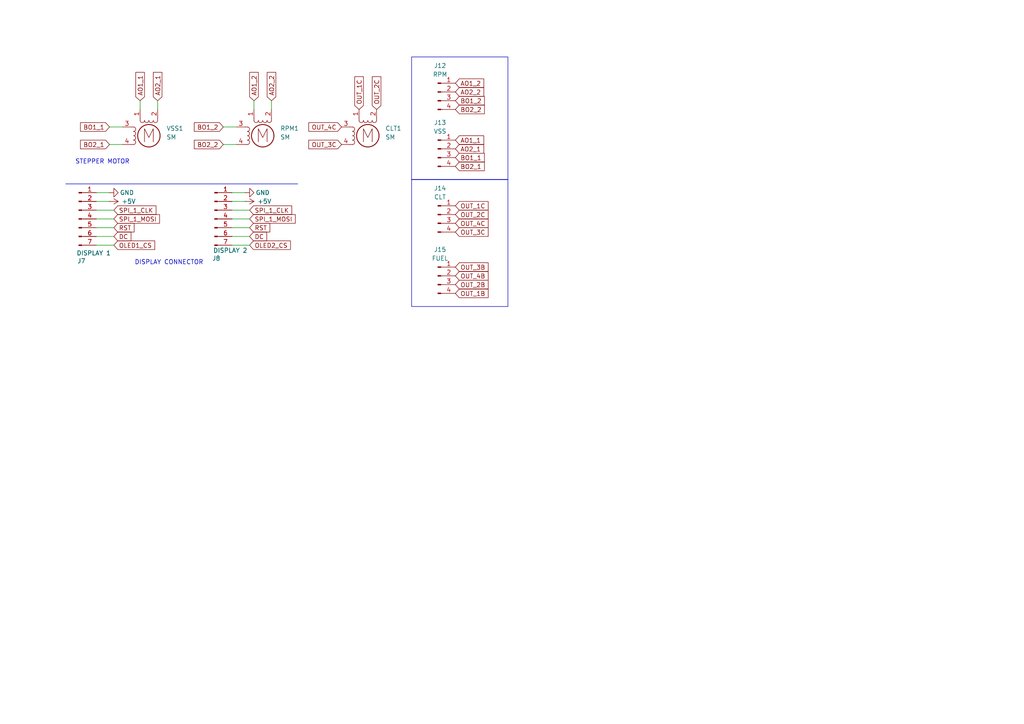
<source format=kicad_sch>
(kicad_sch
	(version 20250114)
	(generator "eeschema")
	(generator_version "9.0")
	(uuid "b28df7e1-d898-440c-a71b-0a1265d4c8f0")
	(paper "A4")
	(lib_symbols
		(symbol "Connector:Conn_01x04_Pin"
			(pin_names
				(offset 1.016)
				(hide yes)
			)
			(exclude_from_sim no)
			(in_bom yes)
			(on_board yes)
			(property "Reference" "J"
				(at 0 5.08 0)
				(effects
					(font
						(size 1.27 1.27)
					)
				)
			)
			(property "Value" "Conn_01x04_Pin"
				(at 0 -7.62 0)
				(effects
					(font
						(size 1.27 1.27)
					)
				)
			)
			(property "Footprint" ""
				(at 0 0 0)
				(effects
					(font
						(size 1.27 1.27)
					)
					(hide yes)
				)
			)
			(property "Datasheet" "~"
				(at 0 0 0)
				(effects
					(font
						(size 1.27 1.27)
					)
					(hide yes)
				)
			)
			(property "Description" "Generic connector, single row, 01x04, script generated"
				(at 0 0 0)
				(effects
					(font
						(size 1.27 1.27)
					)
					(hide yes)
				)
			)
			(property "ki_locked" ""
				(at 0 0 0)
				(effects
					(font
						(size 1.27 1.27)
					)
				)
			)
			(property "ki_keywords" "connector"
				(at 0 0 0)
				(effects
					(font
						(size 1.27 1.27)
					)
					(hide yes)
				)
			)
			(property "ki_fp_filters" "Connector*:*_1x??_*"
				(at 0 0 0)
				(effects
					(font
						(size 1.27 1.27)
					)
					(hide yes)
				)
			)
			(symbol "Conn_01x04_Pin_1_1"
				(rectangle
					(start 0.8636 2.667)
					(end 0 2.413)
					(stroke
						(width 0.1524)
						(type default)
					)
					(fill
						(type outline)
					)
				)
				(rectangle
					(start 0.8636 0.127)
					(end 0 -0.127)
					(stroke
						(width 0.1524)
						(type default)
					)
					(fill
						(type outline)
					)
				)
				(rectangle
					(start 0.8636 -2.413)
					(end 0 -2.667)
					(stroke
						(width 0.1524)
						(type default)
					)
					(fill
						(type outline)
					)
				)
				(rectangle
					(start 0.8636 -4.953)
					(end 0 -5.207)
					(stroke
						(width 0.1524)
						(type default)
					)
					(fill
						(type outline)
					)
				)
				(polyline
					(pts
						(xy 1.27 2.54) (xy 0.8636 2.54)
					)
					(stroke
						(width 0.1524)
						(type default)
					)
					(fill
						(type none)
					)
				)
				(polyline
					(pts
						(xy 1.27 0) (xy 0.8636 0)
					)
					(stroke
						(width 0.1524)
						(type default)
					)
					(fill
						(type none)
					)
				)
				(polyline
					(pts
						(xy 1.27 -2.54) (xy 0.8636 -2.54)
					)
					(stroke
						(width 0.1524)
						(type default)
					)
					(fill
						(type none)
					)
				)
				(polyline
					(pts
						(xy 1.27 -5.08) (xy 0.8636 -5.08)
					)
					(stroke
						(width 0.1524)
						(type default)
					)
					(fill
						(type none)
					)
				)
				(pin passive line
					(at 5.08 2.54 180)
					(length 3.81)
					(name "Pin_1"
						(effects
							(font
								(size 1.27 1.27)
							)
						)
					)
					(number "1"
						(effects
							(font
								(size 1.27 1.27)
							)
						)
					)
				)
				(pin passive line
					(at 5.08 0 180)
					(length 3.81)
					(name "Pin_2"
						(effects
							(font
								(size 1.27 1.27)
							)
						)
					)
					(number "2"
						(effects
							(font
								(size 1.27 1.27)
							)
						)
					)
				)
				(pin passive line
					(at 5.08 -2.54 180)
					(length 3.81)
					(name "Pin_3"
						(effects
							(font
								(size 1.27 1.27)
							)
						)
					)
					(number "3"
						(effects
							(font
								(size 1.27 1.27)
							)
						)
					)
				)
				(pin passive line
					(at 5.08 -5.08 180)
					(length 3.81)
					(name "Pin_4"
						(effects
							(font
								(size 1.27 1.27)
							)
						)
					)
					(number "4"
						(effects
							(font
								(size 1.27 1.27)
							)
						)
					)
				)
			)
			(embedded_fonts no)
		)
		(symbol "Connector:Conn_01x07_Pin"
			(pin_names
				(offset 1.016)
				(hide yes)
			)
			(exclude_from_sim no)
			(in_bom yes)
			(on_board yes)
			(property "Reference" "J"
				(at 0 10.16 0)
				(effects
					(font
						(size 1.27 1.27)
					)
				)
			)
			(property "Value" "Conn_01x07_Pin"
				(at 0 -10.16 0)
				(effects
					(font
						(size 1.27 1.27)
					)
				)
			)
			(property "Footprint" ""
				(at 0 0 0)
				(effects
					(font
						(size 1.27 1.27)
					)
					(hide yes)
				)
			)
			(property "Datasheet" "~"
				(at 0 0 0)
				(effects
					(font
						(size 1.27 1.27)
					)
					(hide yes)
				)
			)
			(property "Description" "Generic connector, single row, 01x07, script generated"
				(at 0 0 0)
				(effects
					(font
						(size 1.27 1.27)
					)
					(hide yes)
				)
			)
			(property "ki_locked" ""
				(at 0 0 0)
				(effects
					(font
						(size 1.27 1.27)
					)
				)
			)
			(property "ki_keywords" "connector"
				(at 0 0 0)
				(effects
					(font
						(size 1.27 1.27)
					)
					(hide yes)
				)
			)
			(property "ki_fp_filters" "Connector*:*_1x??_*"
				(at 0 0 0)
				(effects
					(font
						(size 1.27 1.27)
					)
					(hide yes)
				)
			)
			(symbol "Conn_01x07_Pin_1_1"
				(rectangle
					(start 0.8636 7.747)
					(end 0 7.493)
					(stroke
						(width 0.1524)
						(type default)
					)
					(fill
						(type outline)
					)
				)
				(rectangle
					(start 0.8636 5.207)
					(end 0 4.953)
					(stroke
						(width 0.1524)
						(type default)
					)
					(fill
						(type outline)
					)
				)
				(rectangle
					(start 0.8636 2.667)
					(end 0 2.413)
					(stroke
						(width 0.1524)
						(type default)
					)
					(fill
						(type outline)
					)
				)
				(rectangle
					(start 0.8636 0.127)
					(end 0 -0.127)
					(stroke
						(width 0.1524)
						(type default)
					)
					(fill
						(type outline)
					)
				)
				(rectangle
					(start 0.8636 -2.413)
					(end 0 -2.667)
					(stroke
						(width 0.1524)
						(type default)
					)
					(fill
						(type outline)
					)
				)
				(rectangle
					(start 0.8636 -4.953)
					(end 0 -5.207)
					(stroke
						(width 0.1524)
						(type default)
					)
					(fill
						(type outline)
					)
				)
				(rectangle
					(start 0.8636 -7.493)
					(end 0 -7.747)
					(stroke
						(width 0.1524)
						(type default)
					)
					(fill
						(type outline)
					)
				)
				(polyline
					(pts
						(xy 1.27 7.62) (xy 0.8636 7.62)
					)
					(stroke
						(width 0.1524)
						(type default)
					)
					(fill
						(type none)
					)
				)
				(polyline
					(pts
						(xy 1.27 5.08) (xy 0.8636 5.08)
					)
					(stroke
						(width 0.1524)
						(type default)
					)
					(fill
						(type none)
					)
				)
				(polyline
					(pts
						(xy 1.27 2.54) (xy 0.8636 2.54)
					)
					(stroke
						(width 0.1524)
						(type default)
					)
					(fill
						(type none)
					)
				)
				(polyline
					(pts
						(xy 1.27 0) (xy 0.8636 0)
					)
					(stroke
						(width 0.1524)
						(type default)
					)
					(fill
						(type none)
					)
				)
				(polyline
					(pts
						(xy 1.27 -2.54) (xy 0.8636 -2.54)
					)
					(stroke
						(width 0.1524)
						(type default)
					)
					(fill
						(type none)
					)
				)
				(polyline
					(pts
						(xy 1.27 -5.08) (xy 0.8636 -5.08)
					)
					(stroke
						(width 0.1524)
						(type default)
					)
					(fill
						(type none)
					)
				)
				(polyline
					(pts
						(xy 1.27 -7.62) (xy 0.8636 -7.62)
					)
					(stroke
						(width 0.1524)
						(type default)
					)
					(fill
						(type none)
					)
				)
				(pin passive line
					(at 5.08 7.62 180)
					(length 3.81)
					(name "Pin_1"
						(effects
							(font
								(size 1.27 1.27)
							)
						)
					)
					(number "1"
						(effects
							(font
								(size 1.27 1.27)
							)
						)
					)
				)
				(pin passive line
					(at 5.08 5.08 180)
					(length 3.81)
					(name "Pin_2"
						(effects
							(font
								(size 1.27 1.27)
							)
						)
					)
					(number "2"
						(effects
							(font
								(size 1.27 1.27)
							)
						)
					)
				)
				(pin passive line
					(at 5.08 2.54 180)
					(length 3.81)
					(name "Pin_3"
						(effects
							(font
								(size 1.27 1.27)
							)
						)
					)
					(number "3"
						(effects
							(font
								(size 1.27 1.27)
							)
						)
					)
				)
				(pin passive line
					(at 5.08 0 180)
					(length 3.81)
					(name "Pin_4"
						(effects
							(font
								(size 1.27 1.27)
							)
						)
					)
					(number "4"
						(effects
							(font
								(size 1.27 1.27)
							)
						)
					)
				)
				(pin passive line
					(at 5.08 -2.54 180)
					(length 3.81)
					(name "Pin_5"
						(effects
							(font
								(size 1.27 1.27)
							)
						)
					)
					(number "5"
						(effects
							(font
								(size 1.27 1.27)
							)
						)
					)
				)
				(pin passive line
					(at 5.08 -5.08 180)
					(length 3.81)
					(name "Pin_6"
						(effects
							(font
								(size 1.27 1.27)
							)
						)
					)
					(number "6"
						(effects
							(font
								(size 1.27 1.27)
							)
						)
					)
				)
				(pin passive line
					(at 5.08 -7.62 180)
					(length 3.81)
					(name "Pin_7"
						(effects
							(font
								(size 1.27 1.27)
							)
						)
					)
					(number "7"
						(effects
							(font
								(size 1.27 1.27)
							)
						)
					)
				)
			)
			(embedded_fonts no)
		)
		(symbol "Motor:Stepper_Motor_bipolar"
			(pin_names
				(offset 0)
				(hide yes)
			)
			(exclude_from_sim no)
			(in_bom yes)
			(on_board yes)
			(property "Reference" "M"
				(at 3.81 2.54 0)
				(effects
					(font
						(size 1.27 1.27)
					)
					(justify left)
				)
			)
			(property "Value" "Stepper_Motor_bipolar"
				(at 3.81 1.27 0)
				(effects
					(font
						(size 1.27 1.27)
					)
					(justify left top)
				)
			)
			(property "Footprint" ""
				(at 0.254 -0.254 0)
				(effects
					(font
						(size 1.27 1.27)
					)
					(hide yes)
				)
			)
			(property "Datasheet" "http://www.infineon.com/dgdl/Application-Note-TLE8110EE_driving_UniPolarStepperMotor_V1.1.pdf?fileId=db3a30431be39b97011be5d0aa0a00b0"
				(at 0.254 -0.254 0)
				(effects
					(font
						(size 1.27 1.27)
					)
					(hide yes)
				)
			)
			(property "Description" "4-wire bipolar stepper motor"
				(at 0 0 0)
				(effects
					(font
						(size 1.27 1.27)
					)
					(hide yes)
				)
			)
			(property "ki_keywords" "bipolar stepper motor"
				(at 0 0 0)
				(effects
					(font
						(size 1.27 1.27)
					)
					(hide yes)
				)
			)
			(property "ki_fp_filters" "PinHeader*P2.54mm*Vertical* TerminalBlock* Motor*"
				(at 0 0 0)
				(effects
					(font
						(size 1.27 1.27)
					)
					(hide yes)
				)
			)
			(symbol "Stepper_Motor_bipolar_0_0"
				(polyline
					(pts
						(xy -1.27 -1.778) (xy -1.27 2.032) (xy 0 -0.508) (xy 1.27 2.032) (xy 1.27 -1.778)
					)
					(stroke
						(width 0)
						(type default)
					)
					(fill
						(type none)
					)
				)
			)
			(symbol "Stepper_Motor_bipolar_0_1"
				(polyline
					(pts
						(xy -5.08 2.54) (xy -4.445 2.54)
					)
					(stroke
						(width 0)
						(type default)
					)
					(fill
						(type none)
					)
				)
				(polyline
					(pts
						(xy -5.08 -2.54) (xy -4.445 -2.54)
					)
					(stroke
						(width 0)
						(type default)
					)
					(fill
						(type none)
					)
				)
				(arc
					(start -4.445 2.54)
					(mid -3.8127 1.905)
					(end -4.445 1.27)
					(stroke
						(width 0)
						(type default)
					)
					(fill
						(type none)
					)
				)
				(arc
					(start -4.445 1.27)
					(mid -3.8127 0.635)
					(end -4.445 0)
					(stroke
						(width 0)
						(type default)
					)
					(fill
						(type none)
					)
				)
				(arc
					(start -4.445 0)
					(mid -3.8127 -0.635)
					(end -4.445 -1.27)
					(stroke
						(width 0)
						(type default)
					)
					(fill
						(type none)
					)
				)
				(arc
					(start -4.445 -1.27)
					(mid -3.8127 -1.905)
					(end -4.445 -2.54)
					(stroke
						(width 0)
						(type default)
					)
					(fill
						(type none)
					)
				)
				(polyline
					(pts
						(xy -2.54 5.08) (xy -2.54 4.445)
					)
					(stroke
						(width 0)
						(type default)
					)
					(fill
						(type none)
					)
				)
				(arc
					(start -1.27 4.445)
					(mid -1.905 3.8127)
					(end -2.54 4.445)
					(stroke
						(width 0)
						(type default)
					)
					(fill
						(type none)
					)
				)
				(arc
					(start 0 4.445)
					(mid -0.635 3.8127)
					(end -1.27 4.445)
					(stroke
						(width 0)
						(type default)
					)
					(fill
						(type none)
					)
				)
				(circle
					(center 0 0)
					(radius 3.2512)
					(stroke
						(width 0.254)
						(type default)
					)
					(fill
						(type none)
					)
				)
				(arc
					(start 1.27 4.445)
					(mid 0.635 3.8127)
					(end 0 4.445)
					(stroke
						(width 0)
						(type default)
					)
					(fill
						(type none)
					)
				)
				(arc
					(start 2.54 4.445)
					(mid 1.905 3.8127)
					(end 1.27 4.445)
					(stroke
						(width 0)
						(type default)
					)
					(fill
						(type none)
					)
				)
				(polyline
					(pts
						(xy 2.54 5.08) (xy 2.54 4.445)
					)
					(stroke
						(width 0)
						(type default)
					)
					(fill
						(type none)
					)
				)
			)
			(symbol "Stepper_Motor_bipolar_1_1"
				(pin passive line
					(at -7.62 2.54 0)
					(length 2.54)
					(name "~"
						(effects
							(font
								(size 1.27 1.27)
							)
						)
					)
					(number "3"
						(effects
							(font
								(size 1.27 1.27)
							)
						)
					)
				)
				(pin passive line
					(at -7.62 -2.54 0)
					(length 2.54)
					(name "~"
						(effects
							(font
								(size 1.27 1.27)
							)
						)
					)
					(number "4"
						(effects
							(font
								(size 1.27 1.27)
							)
						)
					)
				)
				(pin passive line
					(at -2.54 7.62 270)
					(length 2.54)
					(name "~"
						(effects
							(font
								(size 1.27 1.27)
							)
						)
					)
					(number "1"
						(effects
							(font
								(size 1.27 1.27)
							)
						)
					)
				)
				(pin passive line
					(at 2.54 7.62 270)
					(length 2.54)
					(name "-"
						(effects
							(font
								(size 1.27 1.27)
							)
						)
					)
					(number "2"
						(effects
							(font
								(size 1.27 1.27)
							)
						)
					)
				)
			)
			(embedded_fonts no)
		)
		(symbol "power:+5V"
			(power)
			(pin_numbers
				(hide yes)
			)
			(pin_names
				(offset 0)
				(hide yes)
			)
			(exclude_from_sim no)
			(in_bom yes)
			(on_board yes)
			(property "Reference" "#PWR"
				(at 0 -3.81 0)
				(effects
					(font
						(size 1.27 1.27)
					)
					(hide yes)
				)
			)
			(property "Value" "+5V"
				(at 0 3.556 0)
				(effects
					(font
						(size 1.27 1.27)
					)
				)
			)
			(property "Footprint" ""
				(at 0 0 0)
				(effects
					(font
						(size 1.27 1.27)
					)
					(hide yes)
				)
			)
			(property "Datasheet" ""
				(at 0 0 0)
				(effects
					(font
						(size 1.27 1.27)
					)
					(hide yes)
				)
			)
			(property "Description" "Power symbol creates a global label with name \"+5V\""
				(at 0 0 0)
				(effects
					(font
						(size 1.27 1.27)
					)
					(hide yes)
				)
			)
			(property "ki_keywords" "global power"
				(at 0 0 0)
				(effects
					(font
						(size 1.27 1.27)
					)
					(hide yes)
				)
			)
			(symbol "+5V_0_1"
				(polyline
					(pts
						(xy -0.762 1.27) (xy 0 2.54)
					)
					(stroke
						(width 0)
						(type default)
					)
					(fill
						(type none)
					)
				)
				(polyline
					(pts
						(xy 0 2.54) (xy 0.762 1.27)
					)
					(stroke
						(width 0)
						(type default)
					)
					(fill
						(type none)
					)
				)
				(polyline
					(pts
						(xy 0 0) (xy 0 2.54)
					)
					(stroke
						(width 0)
						(type default)
					)
					(fill
						(type none)
					)
				)
			)
			(symbol "+5V_1_1"
				(pin power_in line
					(at 0 0 90)
					(length 0)
					(name "~"
						(effects
							(font
								(size 1.27 1.27)
							)
						)
					)
					(number "1"
						(effects
							(font
								(size 1.27 1.27)
							)
						)
					)
				)
			)
			(embedded_fonts no)
		)
		(symbol "power:GND"
			(power)
			(pin_numbers
				(hide yes)
			)
			(pin_names
				(offset 0)
				(hide yes)
			)
			(exclude_from_sim no)
			(in_bom yes)
			(on_board yes)
			(property "Reference" "#PWR"
				(at 0 -6.35 0)
				(effects
					(font
						(size 1.27 1.27)
					)
					(hide yes)
				)
			)
			(property "Value" "GND"
				(at 0 -3.81 0)
				(effects
					(font
						(size 1.27 1.27)
					)
				)
			)
			(property "Footprint" ""
				(at 0 0 0)
				(effects
					(font
						(size 1.27 1.27)
					)
					(hide yes)
				)
			)
			(property "Datasheet" ""
				(at 0 0 0)
				(effects
					(font
						(size 1.27 1.27)
					)
					(hide yes)
				)
			)
			(property "Description" "Power symbol creates a global label with name \"GND\" , ground"
				(at 0 0 0)
				(effects
					(font
						(size 1.27 1.27)
					)
					(hide yes)
				)
			)
			(property "ki_keywords" "global power"
				(at 0 0 0)
				(effects
					(font
						(size 1.27 1.27)
					)
					(hide yes)
				)
			)
			(symbol "GND_0_1"
				(polyline
					(pts
						(xy 0 0) (xy 0 -1.27) (xy 1.27 -1.27) (xy 0 -2.54) (xy -1.27 -1.27) (xy 0 -1.27)
					)
					(stroke
						(width 0)
						(type default)
					)
					(fill
						(type none)
					)
				)
			)
			(symbol "GND_1_1"
				(pin power_in line
					(at 0 0 270)
					(length 0)
					(name "~"
						(effects
							(font
								(size 1.27 1.27)
							)
						)
					)
					(number "1"
						(effects
							(font
								(size 1.27 1.27)
							)
						)
					)
				)
			)
			(embedded_fonts no)
		)
	)
	(rectangle
		(start 119.38 52.07)
		(end 147.32 88.9)
		(stroke
			(width 0)
			(type default)
		)
		(fill
			(type none)
		)
		(uuid 6672148e-4cca-4501-a6e2-06b1c579bccd)
	)
	(rectangle
		(start 119.38 16.51)
		(end 147.32 52.07)
		(stroke
			(width 0)
			(type default)
		)
		(fill
			(type none)
		)
		(uuid 67724d08-d5bb-4466-8c63-e9b51bb28f8b)
	)
	(text "DISPLAY CONNECTOR\n"
		(exclude_from_sim no)
		(at 49.022 76.2 0)
		(effects
			(font
				(size 1.27 1.27)
			)
		)
		(uuid "563b4a90-ae68-48f3-82ff-5990c97c05ee")
	)
	(text "STEPPER MOTOR\n"
		(exclude_from_sim no)
		(at 29.718 46.99 0)
		(effects
			(font
				(size 1.27 1.27)
			)
		)
		(uuid "f00d474e-5490-49bc-b141-e578fc0890f0")
	)
	(wire
		(pts
			(xy 33.02 66.04) (xy 27.94 66.04)
		)
		(stroke
			(width 0)
			(type default)
		)
		(uuid "089c1554-9785-4da9-8aa6-54f58c1d8754")
	)
	(wire
		(pts
			(xy 71.12 58.42) (xy 67.31 58.42)
		)
		(stroke
			(width 0)
			(type default)
		)
		(uuid "1981b2b6-36a7-42c9-b0ce-178cb8d6c36a")
	)
	(wire
		(pts
			(xy 33.02 60.96) (xy 27.94 60.96)
		)
		(stroke
			(width 0)
			(type default)
		)
		(uuid "1c5dfabb-20e7-4c6d-8267-1f390f6e96e3")
	)
	(wire
		(pts
			(xy 40.64 29.21) (xy 40.64 31.75)
		)
		(stroke
			(width 0)
			(type default)
		)
		(uuid "2a7558d6-d872-4f1a-bf83-2f3f9daf8f02")
	)
	(wire
		(pts
			(xy 31.75 36.83) (xy 35.56 36.83)
		)
		(stroke
			(width 0)
			(type default)
		)
		(uuid "3bb3e358-2bcf-4f0d-a90b-ef80afb1a3b3")
	)
	(wire
		(pts
			(xy 64.77 36.83) (xy 68.58 36.83)
		)
		(stroke
			(width 0)
			(type default)
		)
		(uuid "3ff63bfe-05e1-4a21-975b-22f52b1d12da")
	)
	(polyline
		(pts
			(xy 19.05 53.34) (xy 86.36 53.34)
		)
		(stroke
			(width 0)
			(type default)
		)
		(uuid "416c222b-4014-454b-a8ff-e5476d3980b8")
	)
	(wire
		(pts
			(xy 33.02 71.12) (xy 27.94 71.12)
		)
		(stroke
			(width 0)
			(type default)
		)
		(uuid "4ab407e3-9c11-49f2-b27e-6d099f6bafae")
	)
	(wire
		(pts
			(xy 33.02 68.58) (xy 27.94 68.58)
		)
		(stroke
			(width 0)
			(type default)
		)
		(uuid "4d8fd8e4-6e7d-4d4b-8876-457e1427e170")
	)
	(wire
		(pts
			(xy 72.39 60.96) (xy 67.31 60.96)
		)
		(stroke
			(width 0)
			(type default)
		)
		(uuid "615a1137-c4f1-4c49-948f-b351f0a64996")
	)
	(wire
		(pts
			(xy 72.39 68.58) (xy 67.31 68.58)
		)
		(stroke
			(width 0)
			(type default)
		)
		(uuid "7eb295b2-8f8c-48a9-b30a-7b26e853ff2e")
	)
	(wire
		(pts
			(xy 31.75 55.88) (xy 27.94 55.88)
		)
		(stroke
			(width 0)
			(type default)
		)
		(uuid "9b56e639-dc89-4e14-bc0e-06115a20d6ed")
	)
	(wire
		(pts
			(xy 64.77 41.91) (xy 68.58 41.91)
		)
		(stroke
			(width 0)
			(type default)
		)
		(uuid "b115d2d2-5436-41d8-925d-3cf686ca2d81")
	)
	(wire
		(pts
			(xy 45.72 29.21) (xy 45.72 31.75)
		)
		(stroke
			(width 0)
			(type default)
		)
		(uuid "b3e81a57-ead3-40cf-9126-b46f8b2a892f")
	)
	(wire
		(pts
			(xy 31.75 41.91) (xy 35.56 41.91)
		)
		(stroke
			(width 0)
			(type default)
		)
		(uuid "b6c02a8c-1a9b-4523-b9e2-25eb3b8e8a77")
	)
	(wire
		(pts
			(xy 71.12 55.88) (xy 67.31 55.88)
		)
		(stroke
			(width 0)
			(type default)
		)
		(uuid "c7c86b3a-8083-46f6-98c7-ed831d9c55ae")
	)
	(wire
		(pts
			(xy 78.74 29.21) (xy 78.74 31.75)
		)
		(stroke
			(width 0)
			(type default)
		)
		(uuid "cf9eaad8-1e49-4fd0-ac83-615db88b0281")
	)
	(wire
		(pts
			(xy 31.75 58.42) (xy 27.94 58.42)
		)
		(stroke
			(width 0)
			(type default)
		)
		(uuid "d26f7d0e-1be2-4866-9b65-a9ffef7c801f")
	)
	(wire
		(pts
			(xy 72.39 63.5) (xy 67.31 63.5)
		)
		(stroke
			(width 0)
			(type default)
		)
		(uuid "d55b6a28-ec9e-4919-ad84-c8bd66245fe2")
	)
	(wire
		(pts
			(xy 72.39 66.04) (xy 67.31 66.04)
		)
		(stroke
			(width 0)
			(type default)
		)
		(uuid "e38f6940-7e9a-487a-95b9-e4b2afa51234")
	)
	(wire
		(pts
			(xy 73.66 29.21) (xy 73.66 31.75)
		)
		(stroke
			(width 0)
			(type default)
		)
		(uuid "f3b8cf00-56d0-4435-ba4b-ce283184a752")
	)
	(wire
		(pts
			(xy 33.02 63.5) (xy 27.94 63.5)
		)
		(stroke
			(width 0)
			(type default)
		)
		(uuid "f5066604-e30e-4c4b-82e5-760755ca684b")
	)
	(wire
		(pts
			(xy 72.39 71.12) (xy 67.31 71.12)
		)
		(stroke
			(width 0)
			(type default)
		)
		(uuid "fe9f3de0-afe9-4970-8cd3-e1b53ee44312")
	)
	(global_label "BO1_2"
		(shape input)
		(at 132.08 29.21 0)
		(fields_autoplaced yes)
		(effects
			(font
				(size 1.27 1.27)
			)
			(justify left)
		)
		(uuid "050c0291-d224-4876-bb37-7f7322a699a2")
		(property "Intersheetrefs" "${INTERSHEET_REFS}"
			(at 141.0523 29.21 0)
			(effects
				(font
					(size 1.27 1.27)
				)
				(justify left)
				(hide yes)
			)
		)
	)
	(global_label "BO2_2"
		(shape input)
		(at 64.77 41.91 180)
		(fields_autoplaced yes)
		(effects
			(font
				(size 1.27 1.27)
			)
			(justify right)
		)
		(uuid "0d18f2d4-6af2-42b9-8fc2-7425e89f9518")
		(property "Intersheetrefs" "${INTERSHEET_REFS}"
			(at 55.7977 41.91 0)
			(effects
				(font
					(size 1.27 1.27)
				)
				(justify right)
				(hide yes)
			)
		)
	)
	(global_label "OUT_1B"
		(shape input)
		(at 132.08 85.09 0)
		(fields_autoplaced yes)
		(effects
			(font
				(size 1.27 1.27)
			)
			(justify left)
		)
		(uuid "10750779-82b7-4cdc-a927-06bd724f3ce6")
		(property "Intersheetrefs" "${INTERSHEET_REFS}"
			(at 142.1409 85.09 0)
			(effects
				(font
					(size 1.27 1.27)
				)
				(justify left)
				(hide yes)
			)
		)
	)
	(global_label "OUT_4C"
		(shape input)
		(at 132.08 64.77 0)
		(fields_autoplaced yes)
		(effects
			(font
				(size 1.27 1.27)
			)
			(justify left)
		)
		(uuid "1cd4a92a-6db0-4793-855d-782fbfeb7894")
		(property "Intersheetrefs" "${INTERSHEET_REFS}"
			(at 142.1409 64.77 0)
			(effects
				(font
					(size 1.27 1.27)
				)
				(justify left)
				(hide yes)
			)
		)
	)
	(global_label "RST"
		(shape input)
		(at 72.39 66.04 0)
		(fields_autoplaced yes)
		(effects
			(font
				(size 1.27 1.27)
			)
			(justify left)
		)
		(uuid "222fa595-7d21-46f9-94b5-ae58c21f5e1f")
		(property "Intersheetrefs" "${INTERSHEET_REFS}"
			(at 78.8223 66.04 0)
			(effects
				(font
					(size 1.27 1.27)
				)
				(justify left)
				(hide yes)
			)
		)
	)
	(global_label "OUT_1C"
		(shape input)
		(at 132.08 59.69 0)
		(fields_autoplaced yes)
		(effects
			(font
				(size 1.27 1.27)
			)
			(justify left)
		)
		(uuid "3c086dfb-98e9-46d2-a66d-7d4999c6f154")
		(property "Intersheetrefs" "${INTERSHEET_REFS}"
			(at 142.1409 59.69 0)
			(effects
				(font
					(size 1.27 1.27)
				)
				(justify left)
				(hide yes)
			)
		)
	)
	(global_label "OUT_4C"
		(shape input)
		(at 99.06 36.83 180)
		(fields_autoplaced yes)
		(effects
			(font
				(size 1.27 1.27)
			)
			(justify right)
		)
		(uuid "3d9c677b-5a4d-4474-8a51-07908f2e9ef9")
		(property "Intersheetrefs" "${INTERSHEET_REFS}"
			(at 88.9991 36.83 0)
			(effects
				(font
					(size 1.27 1.27)
				)
				(justify right)
				(hide yes)
			)
		)
	)
	(global_label "OUT_1C"
		(shape input)
		(at 104.14 31.75 90)
		(fields_autoplaced yes)
		(effects
			(font
				(size 1.27 1.27)
			)
			(justify left)
		)
		(uuid "4fb38edc-910b-4459-a9ba-8e22f94c09e6")
		(property "Intersheetrefs" "${INTERSHEET_REFS}"
			(at 104.14 21.6891 90)
			(effects
				(font
					(size 1.27 1.27)
				)
				(justify left)
				(hide yes)
			)
		)
	)
	(global_label "BO2_2"
		(shape input)
		(at 132.08 31.75 0)
		(fields_autoplaced yes)
		(effects
			(font
				(size 1.27 1.27)
			)
			(justify left)
		)
		(uuid "50abfded-edc5-4fad-b102-dc031c6ffd51")
		(property "Intersheetrefs" "${INTERSHEET_REFS}"
			(at 141.0523 31.75 0)
			(effects
				(font
					(size 1.27 1.27)
				)
				(justify left)
				(hide yes)
			)
		)
	)
	(global_label "OLED1_CS"
		(shape input)
		(at 33.02 71.12 0)
		(fields_autoplaced yes)
		(effects
			(font
				(size 1.27 1.27)
			)
			(justify left)
		)
		(uuid "5a81b79e-671b-47cb-af36-4bb32f9af31c")
		(property "Intersheetrefs" "${INTERSHEET_REFS}"
			(at 45.4394 71.12 0)
			(effects
				(font
					(size 1.27 1.27)
				)
				(justify left)
				(hide yes)
			)
		)
	)
	(global_label "AO1_2"
		(shape input)
		(at 73.66 29.21 90)
		(fields_autoplaced yes)
		(effects
			(font
				(size 1.27 1.27)
			)
			(justify left)
		)
		(uuid "5e47e5b1-54b7-4a27-a992-5aed48b453ca")
		(property "Intersheetrefs" "${INTERSHEET_REFS}"
			(at 73.66 20.4191 90)
			(effects
				(font
					(size 1.27 1.27)
				)
				(justify left)
				(hide yes)
			)
		)
	)
	(global_label "BO1_1"
		(shape input)
		(at 132.08 45.72 0)
		(fields_autoplaced yes)
		(effects
			(font
				(size 1.27 1.27)
			)
			(justify left)
		)
		(uuid "60524af9-5bf9-4d6e-abfe-22dcc3d5a21e")
		(property "Intersheetrefs" "${INTERSHEET_REFS}"
			(at 141.0523 45.72 0)
			(effects
				(font
					(size 1.27 1.27)
				)
				(justify left)
				(hide yes)
			)
		)
	)
	(global_label "DC"
		(shape input)
		(at 72.39 68.58 0)
		(fields_autoplaced yes)
		(effects
			(font
				(size 1.27 1.27)
			)
			(justify left)
		)
		(uuid "64f4eb32-4a6d-42dc-8bb5-b93d07976812")
		(property "Intersheetrefs" "${INTERSHEET_REFS}"
			(at 77.9152 68.58 0)
			(effects
				(font
					(size 1.27 1.27)
				)
				(justify left)
				(hide yes)
			)
		)
	)
	(global_label "AO1_2"
		(shape input)
		(at 132.08 24.13 0)
		(fields_autoplaced yes)
		(effects
			(font
				(size 1.27 1.27)
			)
			(justify left)
		)
		(uuid "6b8c71dc-2f2b-498f-b7d8-035f3ed5b889")
		(property "Intersheetrefs" "${INTERSHEET_REFS}"
			(at 140.8709 24.13 0)
			(effects
				(font
					(size 1.27 1.27)
				)
				(justify left)
				(hide yes)
			)
		)
	)
	(global_label "DC"
		(shape input)
		(at 33.02 68.58 0)
		(fields_autoplaced yes)
		(effects
			(font
				(size 1.27 1.27)
			)
			(justify left)
		)
		(uuid "73e0e39a-b088-4743-9869-0c53e8525c93")
		(property "Intersheetrefs" "${INTERSHEET_REFS}"
			(at 38.5452 68.58 0)
			(effects
				(font
					(size 1.27 1.27)
				)
				(justify left)
				(hide yes)
			)
		)
	)
	(global_label "BO1_2"
		(shape input)
		(at 64.77 36.83 180)
		(fields_autoplaced yes)
		(effects
			(font
				(size 1.27 1.27)
			)
			(justify right)
		)
		(uuid "7f1b4963-9187-4e37-9823-8d203832061a")
		(property "Intersheetrefs" "${INTERSHEET_REFS}"
			(at 55.7977 36.83 0)
			(effects
				(font
					(size 1.27 1.27)
				)
				(justify right)
				(hide yes)
			)
		)
	)
	(global_label "RST"
		(shape input)
		(at 33.02 66.04 0)
		(fields_autoplaced yes)
		(effects
			(font
				(size 1.27 1.27)
			)
			(justify left)
		)
		(uuid "820fefed-9b48-409b-9b5d-7b8701c3f286")
		(property "Intersheetrefs" "${INTERSHEET_REFS}"
			(at 39.4523 66.04 0)
			(effects
				(font
					(size 1.27 1.27)
				)
				(justify left)
				(hide yes)
			)
		)
	)
	(global_label "AO1_1"
		(shape input)
		(at 40.64 29.21 90)
		(fields_autoplaced yes)
		(effects
			(font
				(size 1.27 1.27)
			)
			(justify left)
		)
		(uuid "89fcd527-6c07-4a91-b2eb-57a9b13fed20")
		(property "Intersheetrefs" "${INTERSHEET_REFS}"
			(at 40.64 20.4191 90)
			(effects
				(font
					(size 1.27 1.27)
				)
				(justify left)
				(hide yes)
			)
		)
	)
	(global_label "OUT_3C"
		(shape input)
		(at 132.08 67.31 0)
		(fields_autoplaced yes)
		(effects
			(font
				(size 1.27 1.27)
			)
			(justify left)
		)
		(uuid "9365e053-cba1-4fad-8296-7aa68ba09b3a")
		(property "Intersheetrefs" "${INTERSHEET_REFS}"
			(at 142.1409 67.31 0)
			(effects
				(font
					(size 1.27 1.27)
				)
				(justify left)
				(hide yes)
			)
		)
	)
	(global_label "OUT_2C"
		(shape input)
		(at 132.08 62.23 0)
		(fields_autoplaced yes)
		(effects
			(font
				(size 1.27 1.27)
			)
			(justify left)
		)
		(uuid "9a6a7569-0320-4e6c-9c4d-5bebf55ac5ba")
		(property "Intersheetrefs" "${INTERSHEET_REFS}"
			(at 142.1409 62.23 0)
			(effects
				(font
					(size 1.27 1.27)
				)
				(justify left)
				(hide yes)
			)
		)
	)
	(global_label "AO2_2"
		(shape input)
		(at 132.08 26.67 0)
		(fields_autoplaced yes)
		(effects
			(font
				(size 1.27 1.27)
			)
			(justify left)
		)
		(uuid "9f166c1e-0c98-4f2a-b534-c81ac33027ca")
		(property "Intersheetrefs" "${INTERSHEET_REFS}"
			(at 140.8709 26.67 0)
			(effects
				(font
					(size 1.27 1.27)
				)
				(justify left)
				(hide yes)
			)
		)
	)
	(global_label "AO2_1"
		(shape input)
		(at 45.72 29.21 90)
		(fields_autoplaced yes)
		(effects
			(font
				(size 1.27 1.27)
			)
			(justify left)
		)
		(uuid "a849a7d0-3d76-4532-892f-26a5a4bb6b73")
		(property "Intersheetrefs" "${INTERSHEET_REFS}"
			(at 45.72 20.4191 90)
			(effects
				(font
					(size 1.27 1.27)
				)
				(justify left)
				(hide yes)
			)
		)
	)
	(global_label "OUT_4B"
		(shape input)
		(at 132.08 80.01 0)
		(fields_autoplaced yes)
		(effects
			(font
				(size 1.27 1.27)
			)
			(justify left)
		)
		(uuid "acd492d2-a6c3-49d3-8082-d33ea8224eac")
		(property "Intersheetrefs" "${INTERSHEET_REFS}"
			(at 142.1409 80.01 0)
			(effects
				(font
					(size 1.27 1.27)
				)
				(justify left)
				(hide yes)
			)
		)
	)
	(global_label "OLED2_CS"
		(shape input)
		(at 72.39 71.12 0)
		(fields_autoplaced yes)
		(effects
			(font
				(size 1.27 1.27)
			)
			(justify left)
		)
		(uuid "b24efdf4-01c6-492b-a38e-137a0d7b27da")
		(property "Intersheetrefs" "${INTERSHEET_REFS}"
			(at 84.8094 71.12 0)
			(effects
				(font
					(size 1.27 1.27)
				)
				(justify left)
				(hide yes)
			)
		)
	)
	(global_label "OUT_2B"
		(shape input)
		(at 132.08 82.55 0)
		(fields_autoplaced yes)
		(effects
			(font
				(size 1.27 1.27)
			)
			(justify left)
		)
		(uuid "beea9b93-04a8-4e04-bf52-444c9db617b2")
		(property "Intersheetrefs" "${INTERSHEET_REFS}"
			(at 142.1409 82.55 0)
			(effects
				(font
					(size 1.27 1.27)
				)
				(justify left)
				(hide yes)
			)
		)
	)
	(global_label "SPI_1_MOSI"
		(shape input)
		(at 72.39 63.5 0)
		(fields_autoplaced yes)
		(effects
			(font
				(size 1.27 1.27)
			)
			(justify left)
		)
		(uuid "bf00177b-7a62-46c4-ba43-492fbad525a7")
		(property "Intersheetrefs" "${INTERSHEET_REFS}"
			(at 86.2004 63.5 0)
			(effects
				(font
					(size 1.27 1.27)
				)
				(justify left)
				(hide yes)
			)
		)
	)
	(global_label "AO1_1"
		(shape input)
		(at 132.08 40.64 0)
		(fields_autoplaced yes)
		(effects
			(font
				(size 1.27 1.27)
			)
			(justify left)
		)
		(uuid "bfcdecc6-0ec5-4e67-a868-c168e31bf46f")
		(property "Intersheetrefs" "${INTERSHEET_REFS}"
			(at 140.8709 40.64 0)
			(effects
				(font
					(size 1.27 1.27)
				)
				(justify left)
				(hide yes)
			)
		)
	)
	(global_label "BO2_1"
		(shape input)
		(at 132.08 48.26 0)
		(fields_autoplaced yes)
		(effects
			(font
				(size 1.27 1.27)
			)
			(justify left)
		)
		(uuid "c0ae0018-9877-42eb-a05e-b1f5ea561194")
		(property "Intersheetrefs" "${INTERSHEET_REFS}"
			(at 141.0523 48.26 0)
			(effects
				(font
					(size 1.27 1.27)
				)
				(justify left)
				(hide yes)
			)
		)
	)
	(global_label "BO2_1"
		(shape input)
		(at 31.75 41.91 180)
		(fields_autoplaced yes)
		(effects
			(font
				(size 1.27 1.27)
			)
			(justify right)
		)
		(uuid "c17221af-dbce-4d15-8841-5b0b9a3a0a54")
		(property "Intersheetrefs" "${INTERSHEET_REFS}"
			(at 22.7777 41.91 0)
			(effects
				(font
					(size 1.27 1.27)
				)
				(justify right)
				(hide yes)
			)
		)
	)
	(global_label "SPI_1_CLK"
		(shape input)
		(at 72.39 60.96 0)
		(fields_autoplaced yes)
		(effects
			(font
				(size 1.27 1.27)
			)
			(justify left)
		)
		(uuid "cd42af27-038a-4576-87e8-820ac45550fd")
		(property "Intersheetrefs" "${INTERSHEET_REFS}"
			(at 85.1723 60.96 0)
			(effects
				(font
					(size 1.27 1.27)
				)
				(justify left)
				(hide yes)
			)
		)
	)
	(global_label "BO1_1"
		(shape input)
		(at 31.75 36.83 180)
		(fields_autoplaced yes)
		(effects
			(font
				(size 1.27 1.27)
			)
			(justify right)
		)
		(uuid "d23d124a-3785-4b50-a51e-bb29761ae0e0")
		(property "Intersheetrefs" "${INTERSHEET_REFS}"
			(at 22.7777 36.83 0)
			(effects
				(font
					(size 1.27 1.27)
				)
				(justify right)
				(hide yes)
			)
		)
	)
	(global_label "OUT_3C"
		(shape input)
		(at 99.06 41.91 180)
		(fields_autoplaced yes)
		(effects
			(font
				(size 1.27 1.27)
			)
			(justify right)
		)
		(uuid "d8eda42d-4563-42ed-9ec5-c1c999586ae1")
		(property "Intersheetrefs" "${INTERSHEET_REFS}"
			(at 88.9991 41.91 0)
			(effects
				(font
					(size 1.27 1.27)
				)
				(justify right)
				(hide yes)
			)
		)
	)
	(global_label "AO2_1"
		(shape input)
		(at 132.08 43.18 0)
		(fields_autoplaced yes)
		(effects
			(font
				(size 1.27 1.27)
			)
			(justify left)
		)
		(uuid "da53df25-7adf-44c9-bf75-a938a945c439")
		(property "Intersheetrefs" "${INTERSHEET_REFS}"
			(at 140.8709 43.18 0)
			(effects
				(font
					(size 1.27 1.27)
				)
				(justify left)
				(hide yes)
			)
		)
	)
	(global_label "OUT_2C"
		(shape input)
		(at 109.22 31.75 90)
		(fields_autoplaced yes)
		(effects
			(font
				(size 1.27 1.27)
			)
			(justify left)
		)
		(uuid "f71968db-a3f1-4e85-941e-9de283fe162d")
		(property "Intersheetrefs" "${INTERSHEET_REFS}"
			(at 109.22 21.6891 90)
			(effects
				(font
					(size 1.27 1.27)
				)
				(justify left)
				(hide yes)
			)
		)
	)
	(global_label "SPI_1_MOSI"
		(shape input)
		(at 33.02 63.5 0)
		(fields_autoplaced yes)
		(effects
			(font
				(size 1.27 1.27)
			)
			(justify left)
		)
		(uuid "fa18c86d-8d18-4758-ae0e-c6ed00916e1c")
		(property "Intersheetrefs" "${INTERSHEET_REFS}"
			(at 46.8304 63.5 0)
			(effects
				(font
					(size 1.27 1.27)
				)
				(justify left)
				(hide yes)
			)
		)
	)
	(global_label "SPI_1_CLK"
		(shape input)
		(at 33.02 60.96 0)
		(fields_autoplaced yes)
		(effects
			(font
				(size 1.27 1.27)
			)
			(justify left)
		)
		(uuid "fb65e30c-8973-47aa-8c4f-6bf121bde630")
		(property "Intersheetrefs" "${INTERSHEET_REFS}"
			(at 45.8023 60.96 0)
			(effects
				(font
					(size 1.27 1.27)
				)
				(justify left)
				(hide yes)
			)
		)
	)
	(global_label "OUT_3B"
		(shape input)
		(at 132.08 77.47 0)
		(fields_autoplaced yes)
		(effects
			(font
				(size 1.27 1.27)
			)
			(justify left)
		)
		(uuid "fbab5931-08d9-410f-ab2c-60f0ad23277f")
		(property "Intersheetrefs" "${INTERSHEET_REFS}"
			(at 142.1409 77.47 0)
			(effects
				(font
					(size 1.27 1.27)
				)
				(justify left)
				(hide yes)
			)
		)
	)
	(global_label "AO2_2"
		(shape input)
		(at 78.74 29.21 90)
		(fields_autoplaced yes)
		(effects
			(font
				(size 1.27 1.27)
			)
			(justify left)
		)
		(uuid "ffe42150-a186-4711-a221-99a152e34bdb")
		(property "Intersheetrefs" "${INTERSHEET_REFS}"
			(at 78.74 20.4191 90)
			(effects
				(font
					(size 1.27 1.27)
				)
				(justify left)
				(hide yes)
			)
		)
	)
	(symbol
		(lib_id "Connector:Conn_01x04_Pin")
		(at 127 26.67 0)
		(unit 1)
		(exclude_from_sim no)
		(in_bom yes)
		(on_board yes)
		(dnp no)
		(fields_autoplaced yes)
		(uuid "0976f4ac-9cd9-4627-b1a9-b80bd4257b6a")
		(property "Reference" "J12"
			(at 127.635 19.05 0)
			(effects
				(font
					(size 1.27 1.27)
				)
			)
		)
		(property "Value" "RPM"
			(at 127.635 21.59 0)
			(effects
				(font
					(size 1.27 1.27)
				)
			)
		)
		(property "Footprint" "Connector_PinHeader_2.54mm:PinHeader_1x04_P2.54mm_Vertical"
			(at 127 26.67 0)
			(effects
				(font
					(size 1.27 1.27)
				)
				(hide yes)
			)
		)
		(property "Datasheet" "~"
			(at 127 26.67 0)
			(effects
				(font
					(size 1.27 1.27)
				)
				(hide yes)
			)
		)
		(property "Description" "Generic connector, single row, 01x04, script generated"
			(at 127 26.67 0)
			(effects
				(font
					(size 1.27 1.27)
				)
				(hide yes)
			)
		)
		(pin "4"
			(uuid "d7592cdf-e3c6-430a-9db2-cfe0e8d51052")
		)
		(pin "1"
			(uuid "10956c31-f94d-4225-81bc-edea6337f200")
		)
		(pin "2"
			(uuid "fa9ed4a5-42d4-4130-94e0-8b48b855f2ab")
		)
		(pin "3"
			(uuid "e40812aa-a110-476d-8cf4-c164a0f4f91a")
		)
		(instances
			(project "W202_GUN_ID_CAN_GAUGE_FULL_BOARD"
				(path "/fcf135a3-9871-4ec5-865a-d4b5a2b72536/1c97aec6-97f6-497c-929f-1d4703a8e474"
					(reference "J12")
					(unit 1)
				)
			)
		)
	)
	(symbol
		(lib_id "power:+5V")
		(at 71.12 58.42 270)
		(unit 1)
		(exclude_from_sim no)
		(in_bom yes)
		(on_board yes)
		(dnp no)
		(uuid "28ecae34-19f0-4e61-aea9-5582771a33a4")
		(property "Reference" "#PWR084"
			(at 67.31 58.42 0)
			(effects
				(font
					(size 1.27 1.27)
				)
				(hide yes)
			)
		)
		(property "Value" "+5V"
			(at 76.708 58.42 90)
			(effects
				(font
					(size 1.27 1.27)
				)
			)
		)
		(property "Footprint" ""
			(at 71.12 58.42 0)
			(effects
				(font
					(size 1.27 1.27)
				)
				(hide yes)
			)
		)
		(property "Datasheet" ""
			(at 71.12 58.42 0)
			(effects
				(font
					(size 1.27 1.27)
				)
				(hide yes)
			)
		)
		(property "Description" "Power symbol creates a global label with name \"+5V\""
			(at 71.12 58.42 0)
			(effects
				(font
					(size 1.27 1.27)
				)
				(hide yes)
			)
		)
		(pin "1"
			(uuid "efd6e15d-a6ed-45b1-b6d1-c2bd4325a9be")
		)
		(instances
			(project "W202_GUN_ID_CAN_GAUGE_FULL_BOARD"
				(path "/fcf135a3-9871-4ec5-865a-d4b5a2b72536/1c97aec6-97f6-497c-929f-1d4703a8e474"
					(reference "#PWR084")
					(unit 1)
				)
			)
		)
	)
	(symbol
		(lib_id "Motor:Stepper_Motor_bipolar")
		(at 106.68 39.37 0)
		(unit 1)
		(exclude_from_sim no)
		(in_bom yes)
		(on_board yes)
		(dnp no)
		(fields_autoplaced yes)
		(uuid "44651275-df28-4b9d-8a84-c94099ebdbce")
		(property "Reference" "CLT1"
			(at 111.76 37.249 0)
			(effects
				(font
					(size 1.27 1.27)
				)
				(justify left)
			)
		)
		(property "Value" "SM"
			(at 111.76 39.789 0)
			(effects
				(font
					(size 1.27 1.27)
				)
				(justify left)
			)
		)
		(property "Footprint" "footprints:X27-168__V2"
			(at 106.934 39.624 0)
			(effects
				(font
					(size 1.27 1.27)
				)
				(hide yes)
			)
		)
		(property "Datasheet" "http://www.infineon.com/dgdl/Application-Note-TLE8110EE_driving_UniPolarStepperMotor_V1.1.pdf?fileId=db3a30431be39b97011be5d0aa0a00b0"
			(at 106.934 39.624 0)
			(effects
				(font
					(size 1.27 1.27)
				)
				(hide yes)
			)
		)
		(property "Description" "4-wire bipolar stepper motor"
			(at 106.68 39.37 0)
			(effects
				(font
					(size 1.27 1.27)
				)
				(hide yes)
			)
		)
		(pin "4"
			(uuid "14686922-90fc-465f-ad53-13273d275d2a")
		)
		(pin "3"
			(uuid "3c6724ec-7e2d-48ee-add0-8855a23184cc")
		)
		(pin "1"
			(uuid "1fd68e81-df2c-4f0b-a91e-40f5447599ec")
		)
		(pin "2"
			(uuid "6c552ace-b8d2-4e0a-bebd-0a57c5134443")
		)
		(instances
			(project "W202_GUN_ID_CAN_GAUGE_FULL_BOARD"
				(path "/fcf135a3-9871-4ec5-865a-d4b5a2b72536/1c97aec6-97f6-497c-929f-1d4703a8e474"
					(reference "CLT1")
					(unit 1)
				)
			)
		)
	)
	(symbol
		(lib_id "Connector:Conn_01x04_Pin")
		(at 127 80.01 0)
		(unit 1)
		(exclude_from_sim no)
		(in_bom yes)
		(on_board yes)
		(dnp no)
		(fields_autoplaced yes)
		(uuid "5242488b-a09b-4530-8c95-54759c042b34")
		(property "Reference" "J15"
			(at 127.635 72.39 0)
			(effects
				(font
					(size 1.27 1.27)
				)
			)
		)
		(property "Value" "FUEL"
			(at 127.635 74.93 0)
			(effects
				(font
					(size 1.27 1.27)
				)
			)
		)
		(property "Footprint" "Connector_PinHeader_2.54mm:PinHeader_1x04_P2.54mm_Vertical"
			(at 127 80.01 0)
			(effects
				(font
					(size 1.27 1.27)
				)
				(hide yes)
			)
		)
		(property "Datasheet" "~"
			(at 127 80.01 0)
			(effects
				(font
					(size 1.27 1.27)
				)
				(hide yes)
			)
		)
		(property "Description" "Generic connector, single row, 01x04, script generated"
			(at 127 80.01 0)
			(effects
				(font
					(size 1.27 1.27)
				)
				(hide yes)
			)
		)
		(pin "4"
			(uuid "81bbb756-e932-4627-af20-1b426bc49221")
		)
		(pin "1"
			(uuid "1b36766d-bf5b-464c-a6f7-5ddac8209c42")
		)
		(pin "2"
			(uuid "c0b1064c-928c-469a-a840-08679512f406")
		)
		(pin "3"
			(uuid "e0947eb3-4ead-41f0-8ef1-3c425e4654db")
		)
		(instances
			(project "W202_GUN_ID_CAN_GAUGE_FULL_BOARD"
				(path "/fcf135a3-9871-4ec5-865a-d4b5a2b72536/1c97aec6-97f6-497c-929f-1d4703a8e474"
					(reference "J15")
					(unit 1)
				)
			)
		)
	)
	(symbol
		(lib_id "Motor:Stepper_Motor_bipolar")
		(at 43.18 39.37 0)
		(unit 1)
		(exclude_from_sim no)
		(in_bom yes)
		(on_board yes)
		(dnp no)
		(fields_autoplaced yes)
		(uuid "67a1ea12-a472-4da8-b3a7-519123439387")
		(property "Reference" "VSS1"
			(at 48.26 37.249 0)
			(effects
				(font
					(size 1.27 1.27)
				)
				(justify left)
			)
		)
		(property "Value" "SM"
			(at 48.26 39.789 0)
			(effects
				(font
					(size 1.27 1.27)
				)
				(justify left)
			)
		)
		(property "Footprint" "footprints:X27-168__V2"
			(at 43.434 39.624 0)
			(effects
				(font
					(size 1.27 1.27)
				)
				(hide yes)
			)
		)
		(property "Datasheet" "http://www.infineon.com/dgdl/Application-Note-TLE8110EE_driving_UniPolarStepperMotor_V1.1.pdf?fileId=db3a30431be39b97011be5d0aa0a00b0"
			(at 43.434 39.624 0)
			(effects
				(font
					(size 1.27 1.27)
				)
				(hide yes)
			)
		)
		(property "Description" "4-wire bipolar stepper motor"
			(at 43.18 39.37 0)
			(effects
				(font
					(size 1.27 1.27)
				)
				(hide yes)
			)
		)
		(pin "4"
			(uuid "3de13fd9-fff2-4cd8-b2c0-2433324b90a7")
		)
		(pin "3"
			(uuid "a8cd40ab-2993-42a6-a1f8-1457e5776b5b")
		)
		(pin "1"
			(uuid "3c60868b-cbda-40ac-b5da-b9915822cde7")
		)
		(pin "2"
			(uuid "de7e9d69-1b76-42fe-9181-277694468dac")
		)
		(instances
			(project "W202_GUN_ID_CAN_GAUGE_FULL_BOARD"
				(path "/fcf135a3-9871-4ec5-865a-d4b5a2b72536/1c97aec6-97f6-497c-929f-1d4703a8e474"
					(reference "VSS1")
					(unit 1)
				)
			)
		)
	)
	(symbol
		(lib_id "Motor:Stepper_Motor_bipolar")
		(at 76.2 39.37 0)
		(unit 1)
		(exclude_from_sim no)
		(in_bom yes)
		(on_board yes)
		(dnp no)
		(fields_autoplaced yes)
		(uuid "6a35daf3-1c5b-4c82-82f5-fbc87de754d4")
		(property "Reference" "RPM1"
			(at 81.28 37.249 0)
			(effects
				(font
					(size 1.27 1.27)
				)
				(justify left)
			)
		)
		(property "Value" "SM"
			(at 81.28 39.789 0)
			(effects
				(font
					(size 1.27 1.27)
				)
				(justify left)
			)
		)
		(property "Footprint" "footprints:X27-168__V2"
			(at 76.454 39.624 0)
			(effects
				(font
					(size 1.27 1.27)
				)
				(hide yes)
			)
		)
		(property "Datasheet" "http://www.infineon.com/dgdl/Application-Note-TLE8110EE_driving_UniPolarStepperMotor_V1.1.pdf?fileId=db3a30431be39b97011be5d0aa0a00b0"
			(at 76.454 39.624 0)
			(effects
				(font
					(size 1.27 1.27)
				)
				(hide yes)
			)
		)
		(property "Description" "4-wire bipolar stepper motor"
			(at 76.2 39.37 0)
			(effects
				(font
					(size 1.27 1.27)
				)
				(hide yes)
			)
		)
		(pin "4"
			(uuid "627a5acb-7e3b-491a-ac4e-e8956614bcec")
		)
		(pin "3"
			(uuid "4c6779fc-f56c-4cfa-b3c5-b2306442e87f")
		)
		(pin "1"
			(uuid "1e37323c-16b2-464b-878c-ad3aed4193e0")
		)
		(pin "2"
			(uuid "716642ca-ca34-4408-ab43-15c0c46de8ee")
		)
		(instances
			(project "W202_GUN_ID_CAN_GAUGE_FULL_BOARD"
				(path "/fcf135a3-9871-4ec5-865a-d4b5a2b72536/1c97aec6-97f6-497c-929f-1d4703a8e474"
					(reference "RPM1")
					(unit 1)
				)
			)
		)
	)
	(symbol
		(lib_id "Connector:Conn_01x04_Pin")
		(at 127 62.23 0)
		(unit 1)
		(exclude_from_sim no)
		(in_bom yes)
		(on_board yes)
		(dnp no)
		(fields_autoplaced yes)
		(uuid "a9eeb57d-4b15-4404-9c6a-ce9ba9bf6eeb")
		(property "Reference" "J14"
			(at 127.635 54.61 0)
			(effects
				(font
					(size 1.27 1.27)
				)
			)
		)
		(property "Value" "CLT"
			(at 127.635 57.15 0)
			(effects
				(font
					(size 1.27 1.27)
				)
			)
		)
		(property "Footprint" "Connector_PinHeader_2.54mm:PinHeader_1x04_P2.54mm_Vertical"
			(at 127 62.23 0)
			(effects
				(font
					(size 1.27 1.27)
				)
				(hide yes)
			)
		)
		(property "Datasheet" "~"
			(at 127 62.23 0)
			(effects
				(font
					(size 1.27 1.27)
				)
				(hide yes)
			)
		)
		(property "Description" "Generic connector, single row, 01x04, script generated"
			(at 127 62.23 0)
			(effects
				(font
					(size 1.27 1.27)
				)
				(hide yes)
			)
		)
		(pin "4"
			(uuid "86748f3d-76c7-49f7-b89e-4fd61ff1d848")
		)
		(pin "1"
			(uuid "108f0af1-b0aa-4e6c-a78d-9c798e0fd910")
		)
		(pin "2"
			(uuid "b82e33e1-6bc6-439f-9fb2-b6ee8cdc2deb")
		)
		(pin "3"
			(uuid "9f00d2a8-8a31-457d-9a1c-44906af1b4ec")
		)
		(instances
			(project "W202_GUN_ID_CAN_GAUGE_FULL_BOARD"
				(path "/fcf135a3-9871-4ec5-865a-d4b5a2b72536/1c97aec6-97f6-497c-929f-1d4703a8e474"
					(reference "J14")
					(unit 1)
				)
			)
		)
	)
	(symbol
		(lib_id "power:GND")
		(at 71.12 55.88 90)
		(unit 1)
		(exclude_from_sim no)
		(in_bom yes)
		(on_board yes)
		(dnp no)
		(uuid "aca66581-ac0f-4e02-ac97-b4dd5d1e26d0")
		(property "Reference" "#PWR083"
			(at 77.47 55.88 0)
			(effects
				(font
					(size 1.27 1.27)
				)
				(hide yes)
			)
		)
		(property "Value" "GND"
			(at 78.232 55.88 90)
			(effects
				(font
					(size 1.27 1.27)
				)
				(justify left)
			)
		)
		(property "Footprint" ""
			(at 71.12 55.88 0)
			(effects
				(font
					(size 1.27 1.27)
				)
				(hide yes)
			)
		)
		(property "Datasheet" ""
			(at 71.12 55.88 0)
			(effects
				(font
					(size 1.27 1.27)
				)
				(hide yes)
			)
		)
		(property "Description" "Power symbol creates a global label with name \"GND\" , ground"
			(at 71.12 55.88 0)
			(effects
				(font
					(size 1.27 1.27)
				)
				(hide yes)
			)
		)
		(pin "1"
			(uuid "b9f3917c-6602-46a0-b385-88e1d08f090d")
		)
		(instances
			(project "W202_GUN_ID_CAN_GAUGE_FULL_BOARD"
				(path "/fcf135a3-9871-4ec5-865a-d4b5a2b72536/1c97aec6-97f6-497c-929f-1d4703a8e474"
					(reference "#PWR083")
					(unit 1)
				)
			)
		)
	)
	(symbol
		(lib_id "Connector:Conn_01x07_Pin")
		(at 62.23 63.5 0)
		(unit 1)
		(exclude_from_sim no)
		(in_bom yes)
		(on_board yes)
		(dnp no)
		(uuid "c171fcdb-1ced-4bc8-9f40-81570597e105")
		(property "Reference" "J8"
			(at 62.738 74.93 0)
			(effects
				(font
					(size 1.27 1.27)
				)
			)
		)
		(property "Value" "DISPLAY 2"
			(at 66.802 72.644 0)
			(effects
				(font
					(size 1.27 1.27)
				)
			)
		)
		(property "Footprint" "Connector_PinHeader_2.54mm:PinHeader_1x07_P2.54mm_Vertical"
			(at 62.23 63.5 0)
			(effects
				(font
					(size 1.27 1.27)
				)
				(hide yes)
			)
		)
		(property "Datasheet" "~"
			(at 62.23 63.5 0)
			(effects
				(font
					(size 1.27 1.27)
				)
				(hide yes)
			)
		)
		(property "Description" "Generic connector, single row, 01x07, script generated"
			(at 62.23 63.5 0)
			(effects
				(font
					(size 1.27 1.27)
				)
				(hide yes)
			)
		)
		(pin "5"
			(uuid "9b696145-702e-41d9-beae-9f11ec62546b")
		)
		(pin "1"
			(uuid "fd711ced-4717-4c7a-8596-98bef47fc9da")
		)
		(pin "4"
			(uuid "b59c15f2-fab5-4536-a5cd-f03723c50657")
		)
		(pin "2"
			(uuid "3a27a6af-ba7f-4c33-82d2-63b88964d3c7")
		)
		(pin "7"
			(uuid "b32e8889-dc9c-4f56-8799-7a5c8036617a")
		)
		(pin "3"
			(uuid "4d6f6dae-3301-4a3a-bc0f-9ee1c40588d7")
		)
		(pin "6"
			(uuid "3d57e2cf-e099-4bc1-897d-0bcffa6e7f53")
		)
		(instances
			(project "W202_GUN_ID_CAN_GAUGE_FULL_BOARD"
				(path "/fcf135a3-9871-4ec5-865a-d4b5a2b72536/1c97aec6-97f6-497c-929f-1d4703a8e474"
					(reference "J8")
					(unit 1)
				)
			)
		)
	)
	(symbol
		(lib_id "power:GND")
		(at 31.75 55.88 90)
		(unit 1)
		(exclude_from_sim no)
		(in_bom yes)
		(on_board yes)
		(dnp no)
		(uuid "d3b402fa-28b7-4ede-8454-ec4b15045c8e")
		(property "Reference" "#PWR081"
			(at 38.1 55.88 0)
			(effects
				(font
					(size 1.27 1.27)
				)
				(hide yes)
			)
		)
		(property "Value" "GND"
			(at 38.862 55.88 90)
			(effects
				(font
					(size 1.27 1.27)
				)
				(justify left)
			)
		)
		(property "Footprint" ""
			(at 31.75 55.88 0)
			(effects
				(font
					(size 1.27 1.27)
				)
				(hide yes)
			)
		)
		(property "Datasheet" ""
			(at 31.75 55.88 0)
			(effects
				(font
					(size 1.27 1.27)
				)
				(hide yes)
			)
		)
		(property "Description" "Power symbol creates a global label with name \"GND\" , ground"
			(at 31.75 55.88 0)
			(effects
				(font
					(size 1.27 1.27)
				)
				(hide yes)
			)
		)
		(pin "1"
			(uuid "2e8e1d3a-ef4b-41b2-b59a-2a01ac8c026b")
		)
		(instances
			(project "W202_GUN_ID_CAN_GAUGE_FULL_BOARD"
				(path "/fcf135a3-9871-4ec5-865a-d4b5a2b72536/1c97aec6-97f6-497c-929f-1d4703a8e474"
					(reference "#PWR081")
					(unit 1)
				)
			)
		)
	)
	(symbol
		(lib_id "power:+5V")
		(at 31.75 58.42 270)
		(unit 1)
		(exclude_from_sim no)
		(in_bom yes)
		(on_board yes)
		(dnp no)
		(uuid "d5e6d332-dbb7-4ab2-8838-d2c171c9d62e")
		(property "Reference" "#PWR082"
			(at 27.94 58.42 0)
			(effects
				(font
					(size 1.27 1.27)
				)
				(hide yes)
			)
		)
		(property "Value" "+5V"
			(at 37.338 58.42 90)
			(effects
				(font
					(size 1.27 1.27)
				)
			)
		)
		(property "Footprint" ""
			(at 31.75 58.42 0)
			(effects
				(font
					(size 1.27 1.27)
				)
				(hide yes)
			)
		)
		(property "Datasheet" ""
			(at 31.75 58.42 0)
			(effects
				(font
					(size 1.27 1.27)
				)
				(hide yes)
			)
		)
		(property "Description" "Power symbol creates a global label with name \"+5V\""
			(at 31.75 58.42 0)
			(effects
				(font
					(size 1.27 1.27)
				)
				(hide yes)
			)
		)
		(pin "1"
			(uuid "320ef3c2-d193-4514-a9b6-0fffea2e53f3")
		)
		(instances
			(project "W202_GUN_ID_CAN_GAUGE_FULL_BOARD"
				(path "/fcf135a3-9871-4ec5-865a-d4b5a2b72536/1c97aec6-97f6-497c-929f-1d4703a8e474"
					(reference "#PWR082")
					(unit 1)
				)
			)
		)
	)
	(symbol
		(lib_id "Connector:Conn_01x04_Pin")
		(at 127 43.18 0)
		(unit 1)
		(exclude_from_sim no)
		(in_bom yes)
		(on_board yes)
		(dnp no)
		(fields_autoplaced yes)
		(uuid "eb8078cd-632d-4f79-b998-2a7536521a0e")
		(property "Reference" "J13"
			(at 127.635 35.56 0)
			(effects
				(font
					(size 1.27 1.27)
				)
			)
		)
		(property "Value" "VSS"
			(at 127.635 38.1 0)
			(effects
				(font
					(size 1.27 1.27)
				)
			)
		)
		(property "Footprint" "Connector_PinHeader_2.54mm:PinHeader_1x04_P2.54mm_Vertical"
			(at 127 43.18 0)
			(effects
				(font
					(size 1.27 1.27)
				)
				(hide yes)
			)
		)
		(property "Datasheet" "~"
			(at 127 43.18 0)
			(effects
				(font
					(size 1.27 1.27)
				)
				(hide yes)
			)
		)
		(property "Description" "Generic connector, single row, 01x04, script generated"
			(at 127 43.18 0)
			(effects
				(font
					(size 1.27 1.27)
				)
				(hide yes)
			)
		)
		(pin "4"
			(uuid "6c291406-dcb3-4e4c-a6ce-772a5c7c8633")
		)
		(pin "1"
			(uuid "2c164be7-eeb0-4a2a-baa6-61e22b58e9b1")
		)
		(pin "2"
			(uuid "6aa12ba0-b78b-4cb7-ac39-b13755c0ca41")
		)
		(pin "3"
			(uuid "4d2353ae-944b-42f6-8f34-d43b7286ea85")
		)
		(instances
			(project "W202_GUN_ID_CAN_GAUGE_FULL_BOARD"
				(path "/fcf135a3-9871-4ec5-865a-d4b5a2b72536/1c97aec6-97f6-497c-929f-1d4703a8e474"
					(reference "J13")
					(unit 1)
				)
			)
		)
	)
	(symbol
		(lib_id "Connector:Conn_01x07_Pin")
		(at 22.86 63.5 0)
		(unit 1)
		(exclude_from_sim no)
		(in_bom yes)
		(on_board yes)
		(dnp no)
		(uuid "f56d5def-5779-45cb-b57a-e7c7e6f32e26")
		(property "Reference" "J7"
			(at 23.622 75.692 0)
			(effects
				(font
					(size 1.27 1.27)
				)
			)
		)
		(property "Value" "DISPLAY 1"
			(at 27.178 73.406 0)
			(effects
				(font
					(size 1.27 1.27)
				)
			)
		)
		(property "Footprint" "Connector_PinHeader_2.54mm:PinHeader_1x07_P2.54mm_Vertical"
			(at 22.86 63.5 0)
			(effects
				(font
					(size 1.27 1.27)
				)
				(hide yes)
			)
		)
		(property "Datasheet" "~"
			(at 22.86 63.5 0)
			(effects
				(font
					(size 1.27 1.27)
				)
				(hide yes)
			)
		)
		(property "Description" "Generic connector, single row, 01x07, script generated"
			(at 22.86 63.5 0)
			(effects
				(font
					(size 1.27 1.27)
				)
				(hide yes)
			)
		)
		(pin "5"
			(uuid "b07bcbfa-1f18-463b-ad7c-ec551b42d6f5")
		)
		(pin "1"
			(uuid "9d468da9-fb82-451f-bd4e-96428b9af5d7")
		)
		(pin "4"
			(uuid "db228f29-9ace-4e09-a860-d7cfe0af13e1")
		)
		(pin "2"
			(uuid "8def9907-6f53-4deb-9654-e89a4987cf7e")
		)
		(pin "7"
			(uuid "45b8158e-8972-471a-818b-765f843d27a6")
		)
		(pin "3"
			(uuid "9f1fc187-f158-4662-99cc-9cf950aeeaf8")
		)
		(pin "6"
			(uuid "0723ab19-48b6-4d79-9f00-5c6269299a53")
		)
		(instances
			(project "W202_GUN_ID_CAN_GAUGE_FULL_BOARD"
				(path "/fcf135a3-9871-4ec5-865a-d4b5a2b72536/1c97aec6-97f6-497c-929f-1d4703a8e474"
					(reference "J7")
					(unit 1)
				)
			)
		)
	)
)

</source>
